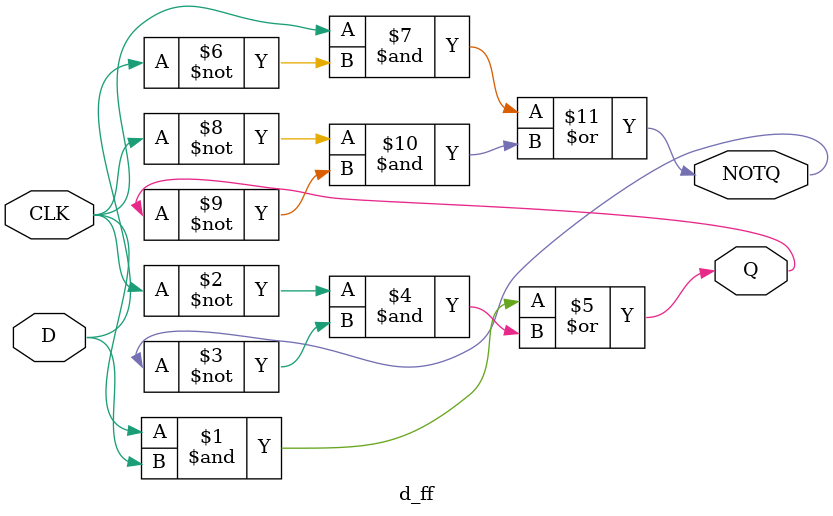
<source format=v>
`timescale 1ns / 1ps
module d_ff(
    input D, CLK,
    output Q,NOTQ
    );
assign Q=(CLK&D)|(~CLK&~NOTQ);
assign NOTQ=(CLK&~D)|(~CLK&~Q);
endmodule

</source>
